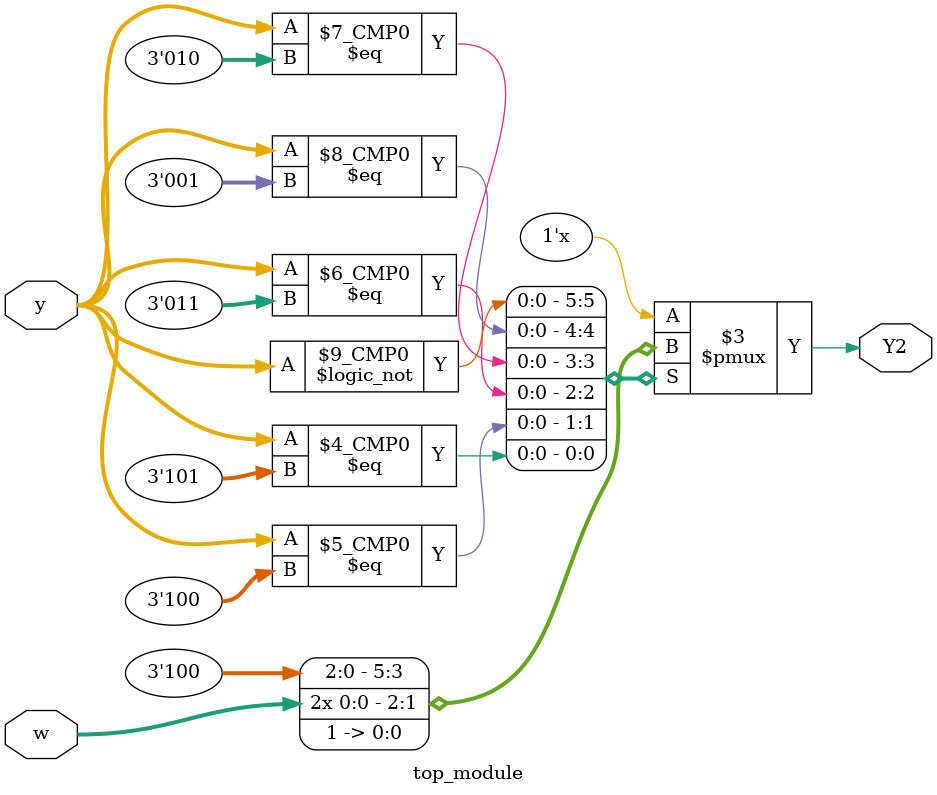
<source format=sv>
module top_module(
    input [3:1] y,
    input w,
    output reg Y2
);

always @(*) begin
    case (y)
        3'b000: Y2 = 1'b1;
        3'b001: Y2 = 1'b0;
        3'b010: Y2 = 1'b0;
        3'b011: Y2 = w;
        3'b100: Y2 = w;
        3'b101: Y2 = 1'b1;
    endcase
end

endmodule

</source>
